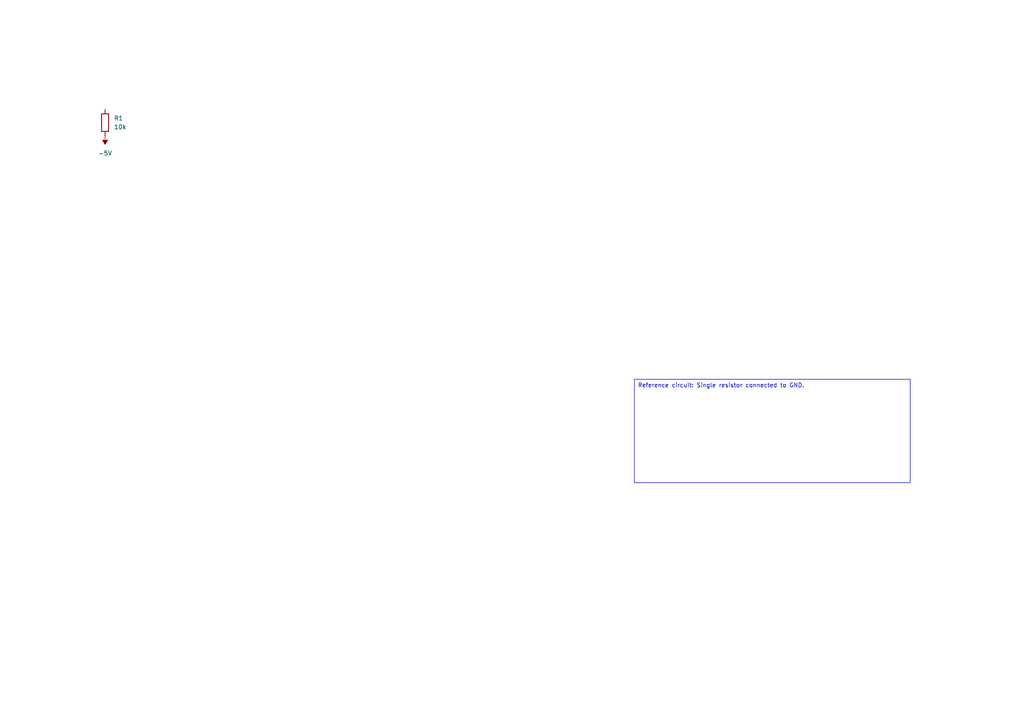
<source format=kicad_sch>
(kicad_sch (version 20250114) (generator "eeschema") (generator_version "9.0")
  (paper "A4")
  (title_block (title "reference_gnd"))
  (lib_symbols
    (symbol "Device:R" (pin_numbers (hide yes)) (pin_names (offset 0))
      (property "Reference" "R" (at 2.032 0 90))
      (property "Value" "R" (at 0 0 90))
      (symbol "R_0_1"
        (rectangle (start -1.016 -2.54) (end 1.016 2.54) (stroke (width 0.254)))
      )
      (symbol "R_1_1"
        (pin passive line (at 0 3.81 270) (length 1.27) (name "~") (number "1"))
        (pin passive line (at 0 -3.81 90) (length 1.27) (name "~") (number "2"))
      )
    )
    (symbol "power:-5V" (power) (pin_numbers (hide yes)) (pin_names (offset 0) (hide yes))
      (property "Value" "-5V" (at 0 3.556 0))
      (symbol "-5V_0_0"
        (pin power_in line (at 0 0 90) (length 0) (name "~") (number "1"))
      )
      (symbol "-5V_0_1"
        (polyline (pts (xy 0 0) (xy 0 1.27) (xy 0.762 1.27) (xy 0 2.54) (xy -0.762 1.27) (xy 0 1.27)) (fill (type outline)))
      )
    )
  )
  (text_box "Reference circuit: Single resistor connected to GND." (at 184 110 0) (size 80 30) (margins 1 1 1 1) (effects (font (size 1.2 1.2)) (justify left top)))
  (symbol (lib_id "power:-5V") (at 30.48 39.37 180) (unit 1)
    (property "Reference" "#PWR01" (effects (hide yes)))
    (property "Value" "-5V" (at 30.48 44.45 0))
    (property "Description" "Power symbol creates a global label with name \"-5V\"" (effects (hide yes)))
  )
  (symbol (lib_id "Device:R") (at 30.48 35.56 0) (unit 1)
    (property "Reference" "R1" (at 33.02 34.2899 0) (effects (justify left)))
    (property "Value" "10k" (at 33.02 36.8299 0) (effects (justify left)))
    (property "Footprint" "Resistor_SMD:R_0603_1608Metric" (effects (hide yes)))
    (property "hierarchy_path" "/cf37708f-c326-41b4-b589-ebf4fc07662c" (effects (hide yes)))
    (property "project_name" "reference_gnd" (effects (hide yes)))
    (property "root_uuid" "cf37708f-c326-41b4-b589-ebf4fc07662c" (effects (hide yes)))
  )
)
</source>
